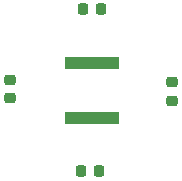
<source format=gbr>
%TF.GenerationSoftware,KiCad,Pcbnew,8.0.1*%
%TF.CreationDate,2024-09-05T15:23:59+02:00*%
%TF.ProjectId,TEP000,54455030-3030-42e6-9b69-6361645f7063,rev?*%
%TF.SameCoordinates,Original*%
%TF.FileFunction,Paste,Bot*%
%TF.FilePolarity,Positive*%
%FSLAX46Y46*%
G04 Gerber Fmt 4.6, Leading zero omitted, Abs format (unit mm)*
G04 Created by KiCad (PCBNEW 8.0.1) date 2024-09-05 15:23:59*
%MOMM*%
%LPD*%
G01*
G04 APERTURE LIST*
G04 Aperture macros list*
%AMRoundRect*
0 Rectangle with rounded corners*
0 $1 Rounding radius*
0 $2 $3 $4 $5 $6 $7 $8 $9 X,Y pos of 4 corners*
0 Add a 4 corners polygon primitive as box body*
4,1,4,$2,$3,$4,$5,$6,$7,$8,$9,$2,$3,0*
0 Add four circle primitives for the rounded corners*
1,1,$1+$1,$2,$3*
1,1,$1+$1,$4,$5*
1,1,$1+$1,$6,$7*
1,1,$1+$1,$8,$9*
0 Add four rect primitives between the rounded corners*
20,1,$1+$1,$2,$3,$4,$5,0*
20,1,$1+$1,$4,$5,$6,$7,0*
20,1,$1+$1,$6,$7,$8,$9,0*
20,1,$1+$1,$8,$9,$2,$3,0*%
G04 Aperture macros list end*
%ADD10R,4.550000X1.000000*%
%ADD11RoundRect,0.218750X-0.218750X-0.256250X0.218750X-0.256250X0.218750X0.256250X-0.218750X0.256250X0*%
%ADD12RoundRect,0.218750X0.256250X-0.218750X0.256250X0.218750X-0.256250X0.218750X-0.256250X-0.218750X0*%
%ADD13RoundRect,0.218750X0.218750X0.256250X-0.218750X0.256250X-0.218750X-0.256250X0.218750X-0.256250X0*%
%ADD14RoundRect,0.218750X-0.256250X0.218750X-0.256250X-0.218750X0.256250X-0.218750X0.256250X0.218750X0*%
G04 APERTURE END LIST*
D10*
%TO.C,D5*%
X161264600Y-115456200D03*
X161264600Y-110756200D03*
%TD*%
D11*
%TO.C,D4*%
X160299300Y-119938800D03*
X161874300Y-119938800D03*
%TD*%
D12*
%TO.C,D3*%
X168046400Y-113969900D03*
X168046400Y-112394900D03*
%TD*%
D13*
%TO.C,D2*%
X162026700Y-106248200D03*
X160451700Y-106248200D03*
%TD*%
D14*
%TO.C,D1*%
X154305000Y-112217100D03*
X154305000Y-113792100D03*
%TD*%
M02*

</source>
